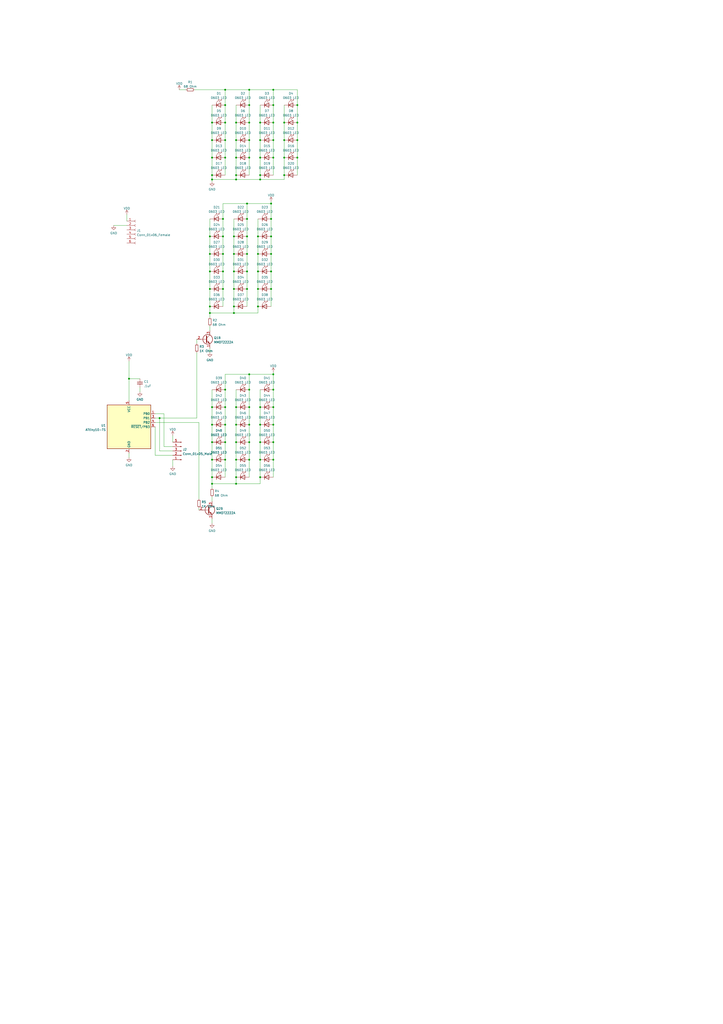
<source format=kicad_sch>
(kicad_sch (version 20211123) (generator eeschema)
  (paper "A2" portrait)
  (lib_symbols
    (symbol "Connector:Conn_01x05_Male" (pin_names (offset 1.016) hide)
      (property "Reference" "J" (at 0 7.62 0))
      (property "Value" "Conn_01x05_Male" (at 0 -7.62 0))
      (symbol "Conn_01x05_Male_1_1"
        (polyline (pts (xy 1.27 -5.08) (xy 0.8636 -5.08)) (stroke (width 0.1524)))
        (polyline (pts (xy 1.27 -2.54) (xy 0.8636 -2.54)) (stroke (width 0.1524)))
        (polyline (pts (xy 1.27 0) (xy 0.8636 0)) (stroke (width 0.1524)))
        (polyline (pts (xy 1.27 2.54) (xy 0.8636 2.54)) (stroke (width 0.1524)))
        (polyline (pts (xy 1.27 5.08) (xy 0.8636 5.08)) (stroke (width 0.1524)))
        (rectangle (start 0.8636 -4.953) (end 0 -5.207) (stroke (width 0.1524)) (fill (type outline)))
        (rectangle (start 0.8636 -2.413) (end 0 -2.667) (stroke (width 0.1524)) (fill (type outline)))
        (rectangle (start 0.8636 0.127) (end 0 -0.127) (stroke (width 0.1524)) (fill (type outline)))
        (rectangle (start 0.8636 2.667) (end 0 2.413) (stroke (width 0.1524)) (fill (type outline)))
        (rectangle (start 0.8636 5.207) (end 0 4.953) (stroke (width 0.1524)) (fill (type outline)))
        (pin passive line (at 5.08 5.08 180) (length 3.81) (name "Pin_1") (number "1"))
        (pin passive line (at 5.08 2.54 180) (length 3.81) (name "Pin_2") (number "2"))
        (pin passive line (at 5.08 0 180) (length 3.81) (name "Pin_3") (number "3"))
        (pin passive line (at 5.08 -2.54 180) (length 3.81) (name "Pin_4") (number "4"))
        (pin passive line (at 5.08 -5.08 180) (length 3.81) (name "Pin_5") (number "5"))
      )
    )
    (symbol "Connector:Conn_01x06_Female" (pin_names (offset 1.016) hide)
      (property "Reference" "J" (at 0 7.62 0))
      (property "Value" "Conn_01x06_Female" (at 0 -10.16 0))
      (symbol "Conn_01x06_Female_1_1"
        (arc (start 0 -7.112) (mid -0.508 -7.62) (end 0 -8.128) (stroke (width 0.1524)))
        (arc (start 0 -4.572) (mid -0.508 -5.08) (end 0 -5.588) (stroke (width 0.1524)))
        (arc (start 0 -2.032) (mid -0.508 -2.54) (end 0 -3.048) (stroke (width 0.1524)))
        (polyline (pts (xy -1.27 -7.62) (xy -0.508 -7.62)) (stroke (width 0.1524)))
        (polyline (pts (xy -1.27 -5.08) (xy -0.508 -5.08)) (stroke (width 0.1524)))
        (polyline (pts (xy -1.27 -2.54) (xy -0.508 -2.54)) (stroke (width 0.1524)))
        (polyline (pts (xy -1.27 0) (xy -0.508 0)) (stroke (width 0.1524)))
        (polyline (pts (xy -1.27 2.54) (xy -0.508 2.54)) (stroke (width 0.1524)))
        (polyline (pts (xy -1.27 5.08) (xy -0.508 5.08)) (stroke (width 0.1524)))
        (arc (start 0 0.508) (mid -0.508 0) (end 0 -0.508) (stroke (width 0.1524)))
        (arc (start 0 3.048) (mid -0.508 2.54) (end 0 2.032) (stroke (width 0.1524)))
        (arc (start 0 5.588) (mid -0.508 5.08) (end 0 4.572) (stroke (width 0.1524)))
        (pin passive line (at -5.08 5.08 0) (length 3.81) (name "Pin_1") (number "1"))
        (pin passive line (at -5.08 2.54 0) (length 3.81) (name "Pin_2") (number "2"))
        (pin passive line (at -5.08 0 0) (length 3.81) (name "Pin_3") (number "3"))
        (pin passive line (at -5.08 -2.54 0) (length 3.81) (name "Pin_4") (number "4"))
        (pin passive line (at -5.08 -5.08 0) (length 3.81) (name "Pin_5") (number "5"))
        (pin passive line (at -5.08 -7.62 0) (length 3.81) (name "Pin_6") (number "6"))
      )
    )
    (symbol "Device:C_Small" (pin_numbers hide) (pin_names (offset 0.254) hide)
      (property "Reference" "C" (at 0.254 1.778 0))
      (property "Value" "C_Small" (at 0.254 -2.032 0))
      (symbol "C_Small_0_1"
        (polyline (pts (xy -1.524 -0.508) (xy 1.524 -0.508)) (stroke (width 0.3302)))
        (polyline (pts (xy -1.524 0.508) (xy 1.524 0.508)) (stroke (width 0.3048)))
      )
      (symbol "C_Small_1_1"
        (pin passive line (at 0 2.54 270) (length 2.032) (name "~") (number "1"))
        (pin passive line (at 0 -2.54 90) (length 2.032) (name "~") (number "2"))
      )
    )
    (symbol "Device:R_Small" (pin_numbers hide) (pin_names (offset 0.254) hide)
      (property "Reference" "R" (at 0.762 0.508 0))
      (property "Value" "R_Small" (at 0.762 -1.016 0))
      (symbol "R_Small_0_1"
        (rectangle (start -0.762 1.778) (end 0.762 -1.778) (stroke (width 0.2032)))
      )
      (symbol "R_Small_1_1"
        (pin passive line (at 0 2.54 270) (length 0.762) (name "~") (number "1"))
        (pin passive line (at 0 -2.54 90) (length 0.762) (name "~") (number "2"))
      )
    )
    (symbol "LED:IR204A" (pin_numbers hide) (pin_names (offset 1.016) hide)
      (property "Reference" "D" (at 0.508 1.778 0))
      (property "Value" "IR204A" (at -1.016 -2.794 0))
      (symbol "IR204A_0_1"
        (polyline (pts (xy -2.54 1.27) (xy -2.54 -1.27)) (stroke (width 0.254)))
        (polyline (pts (xy 0 0) (xy -2.54 0)))
        (polyline (pts (xy 0.381 3.175) (xy -0.127 3.175)))
        (polyline (pts (xy -1.143 1.651) (xy 0.381 3.175) (xy 0.381 2.667)))
        (polyline (pts (xy 0 1.27) (xy -2.54 0) (xy 0 -1.27) (xy 0 1.27)) (stroke (width 0.254)))
        (polyline (pts (xy -2.413 1.651) (xy -0.889 3.175) (xy -0.889 2.667) (xy -0.889 3.175) (xy -1.397 3.175)))
      )
      (symbol "IR204A_1_1"
        (pin passive line (at -5.08 0 0) (length 2.54) (name "K") (number "1"))
        (pin passive line (at 2.54 0 180) (length 2.54) (name "A") (number "2"))
      )
    )
    (symbol "MCU_Microchip_ATtiny:ATtiny10-TS"
      (property "Reference" "U" (at -12.7 13.97 0))
      (property "Value" "ATtiny10-TS" (at 2.54 -13.97 0))
      (symbol "ATtiny10-TS_0_1"
        (rectangle (start -12.7 -12.7) (end 12.7 12.7) (stroke (width 0.254)) (fill (type background)))
      )
      (symbol "ATtiny10-TS_1_1"
        (pin bidirectional line (at 15.24 7.62 180) (length 2.54) (name "PB0") (number "1"))
        (pin power_in line (at 0 -15.24 90) (length 2.54) (name "GND") (number "2"))
        (pin bidirectional line (at 15.24 5.08 180) (length 2.54) (name "PB1") (number "3"))
        (pin bidirectional line (at 15.24 2.54 180) (length 2.54) (name "PB2") (number "4"))
        (pin power_in line (at 0 15.24 270) (length 2.54) (name "VCC") (number "5"))
        (pin bidirectional line (at 15.24 0 180) (length 2.54) (name "~{RESET}/PB3") (number "6"))
      )
    )
    (symbol "MMDT2222A_1" (pin_names (offset 0) hide)
      (property "Reference" "Q?" (at 4.8514 0.8347 0))
      (property "Value" "MMDT2222A" (at 4.8514 -1.7022 0))
      (symbol "MMDT2222A_1_0_1"
        (polyline (pts (xy 0.635 0) (xy -2.54 0)))
        (polyline (pts (xy 0.635 0.635) (xy 2.54 2.54)))
        (polyline (pts (xy 0.635 -0.635) (xy 2.54 -2.54) (xy 2.54 -2.54)))
        (polyline (pts (xy 0.635 1.905) (xy 0.635 -1.905) (xy 0.635 -1.905)) (stroke (width 0.508)))
        (polyline (pts (xy 1.27 -1.778) (xy 1.778 -1.27) (xy 2.286 -2.286) (xy 1.27 -1.778) (xy 1.27 -1.778)) (fill (type outline)))
        (circle (center 1.27 0) (radius 2.8194) (stroke (width 0.254)))
      )
      (symbol "MMDT2222A_1_1_1"
        (pin passive line (at 2.54 -5.08 90) (length 2.54) (name "E1") (number "1"))
        (pin input line (at -5.08 0 0) (length 2.54) (name "B1") (number "2"))
        (pin passive line (at 2.54 5.08 270) (length 2.54) (name "C1") (number "6"))
      )
      (symbol "MMDT2222A_1_2_1"
        (pin passive line (at 2.54 -5.08 90) (length 2.54) (name "E2") (number "1"))
        (pin input line (at -5.08 0 0) (length 2.54) (name "B2") (number "2"))
        (pin passive line (at 2.54 5.08 270) (length 2.54) (name "C2") (number "3"))
      )
    )
    (symbol "power:GND" (power) (pin_names (offset 0))
      (property "Value" "GND" (at 0 -3.81 0))
      (symbol "GND_0_1"
        (polyline (pts (xy 0 0) (xy 0 -1.27) (xy 1.27 -1.27) (xy 0 -2.54) (xy -1.27 -1.27) (xy 0 -1.27)))
      )
      (symbol "GND_1_1"
        (pin power_in line (at 0 0 270) (length 0) hide (name "GND") (number "1"))
      )
    )
    (symbol "power:VDD" (power) (pin_names (offset 0))
      (property "Value" "VDD" (at 0 3.81 0))
      (symbol "VDD_0_1"
        (polyline (pts (xy -0.762 1.27) (xy 0 2.54)))
        (polyline (pts (xy 0 0) (xy 0 2.54)))
        (polyline (pts (xy 0 2.54) (xy 0.762 1.27)))
      )
      (symbol "VDD_1_1"
        (pin power_in line (at 0 0 90) (length 0) hide (name "VDD") (number "1"))
      )
    )
  )
  (junction (at 144.78 236.22))
  (junction (at 135.89 181.61))
  (junction (at 144.78 266.7))
  (junction (at 144.78 217.17))
  (junction (at 144.78 60.96))
  (junction (at 123.19 266.7))
  (junction (at 137.16 276.86))
  (junction (at 130.81 226.06))
  (junction (at 158.75 71.12))
  (junction (at 121.92 181.61))
  (junction (at 149.86 147.32))
  (junction (at 157.48 137.16))
  (junction (at 149.86 177.8))
  (junction (at 144.78 52.07))
  (junction (at 130.81 256.54))
  (junction (at 123.19 71.12))
  (junction (at 130.81 236.22))
  (junction (at 143.51 157.48))
  (junction (at 172.72 81.28))
  (junction (at 135.89 147.32))
  (junction (at 135.89 137.16))
  (junction (at 130.81 91.44))
  (junction (at 130.81 246.38))
  (junction (at 144.78 246.38))
  (junction (at 123.19 101.6))
  (junction (at 144.78 81.28))
  (junction (at 137.16 280.67))
  (junction (at 158.75 256.54))
  (junction (at 151.13 246.38))
  (junction (at 137.16 91.44))
  (junction (at 143.51 147.32))
  (junction (at 129.54 137.16))
  (junction (at 165.1 101.6))
  (junction (at 158.75 226.06))
  (junction (at 130.81 60.96))
  (junction (at 130.81 52.07))
  (junction (at 123.19 256.54))
  (junction (at 137.16 246.38))
  (junction (at 158.75 217.17))
  (junction (at 135.89 167.64))
  (junction (at 158.75 81.28))
  (junction (at 123.19 236.22))
  (junction (at 123.19 246.38))
  (junction (at 172.72 71.12))
  (junction (at 130.81 71.12))
  (junction (at 172.72 60.96))
  (junction (at 158.75 91.44))
  (junction (at 137.16 71.12))
  (junction (at 165.1 91.44))
  (junction (at 157.48 127))
  (junction (at 157.48 157.48))
  (junction (at 151.13 236.22))
  (junction (at 121.92 147.32))
  (junction (at 135.89 177.8))
  (junction (at 157.48 167.64))
  (junction (at 137.16 101.6))
  (junction (at 157.48 118.11))
  (junction (at 172.72 91.44))
  (junction (at 121.92 157.48))
  (junction (at 151.13 71.12))
  (junction (at 151.13 101.6))
  (junction (at 158.75 236.22))
  (junction (at 121.92 167.64))
  (junction (at 137.16 81.28))
  (junction (at 137.16 266.7))
  (junction (at 151.13 256.54))
  (junction (at 144.78 91.44))
  (junction (at 151.13 91.44))
  (junction (at 158.75 246.38))
  (junction (at 149.86 167.64))
  (junction (at 129.54 147.32))
  (junction (at 92.71 242.57))
  (junction (at 144.78 71.12))
  (junction (at 129.54 157.48))
  (junction (at 121.92 137.16))
  (junction (at 144.78 226.06))
  (junction (at 151.13 81.28))
  (junction (at 137.16 256.54))
  (junction (at 157.48 147.32))
  (junction (at 135.89 157.48))
  (junction (at 123.19 104.14))
  (junction (at 123.19 280.67))
  (junction (at 151.13 266.7))
  (junction (at 137.16 236.22))
  (junction (at 151.13 276.86))
  (junction (at 143.51 167.64))
  (junction (at 123.19 91.44))
  (junction (at 143.51 137.16))
  (junction (at 143.51 127))
  (junction (at 130.81 81.28))
  (junction (at 144.78 256.54))
  (junction (at 149.86 157.48))
  (junction (at 165.1 81.28))
  (junction (at 149.86 137.16))
  (junction (at 123.19 276.86))
  (junction (at 137.16 104.14))
  (junction (at 158.75 266.7))
  (junction (at 143.51 118.11))
  (junction (at 121.92 177.8))
  (junction (at 129.54 167.64))
  (junction (at 151.13 104.14))
  (junction (at 129.54 127))
  (junction (at 74.93 219.71))
  (junction (at 158.75 52.07))
  (junction (at 123.19 81.28))
  (junction (at 130.81 266.7))
  (junction (at 158.75 60.96))
  (junction (at 165.1 71.12))
  (wire (pts (xy 135.89 157.48) (xy 135.89 167.64)))
  (wire (pts (xy 143.51 118.11) (xy 143.51 127)))
  (wire (pts (xy 121.92 189.23) (xy 121.92 191.77)))
  (wire (pts (xy 151.13 91.44) (xy 151.13 101.6)))
  (wire (pts (xy 123.19 226.06) (xy 123.19 236.22)))
  (wire (pts (xy 151.13 81.28) (xy 151.13 91.44)))
  (wire (pts (xy 151.13 280.67) (xy 137.16 280.67)))
  (wire (pts (xy 143.51 137.16) (xy 143.51 147.32)))
  (wire (pts (xy 104.14 52.07) (xy 107.95 52.07)))
  (wire (pts (xy 143.51 118.11) (xy 157.48 118.11)))
  (wire (pts (xy 165.1 60.96) (xy 165.1 71.12)))
  (wire (pts (xy 95.25 240.03) (xy 95.25 259.08)))
  (wire (pts (xy 143.51 147.32) (xy 143.51 157.48)))
  (wire (pts (xy 129.54 167.64) (xy 129.54 157.48)))
  (wire (pts (xy 137.16 236.22) (xy 137.16 246.38)))
  (wire (pts (xy 144.78 217.17) (xy 144.78 226.06)))
  (wire (pts (xy 172.72 60.96) (xy 172.72 52.07)))
  (wire (pts (xy 157.48 167.64) (xy 157.48 177.8)))
  (wire (pts (xy 123.19 60.96) (xy 123.19 71.12)))
  (wire (pts (xy 90.17 264.16) (xy 100.33 264.16)))
  (wire (pts (xy 130.81 276.86) (xy 130.81 266.7)))
  (wire (pts (xy 123.19 266.7) (xy 123.19 276.86)))
  (wire (pts (xy 149.86 147.32) (xy 149.86 157.48)))
  (wire (pts (xy 123.19 280.67) (xy 123.19 283.21)))
  (wire (pts (xy 157.48 137.16) (xy 157.48 147.32)))
  (wire (pts (xy 74.93 262.89) (xy 74.93 265.43)))
  (wire (pts (xy 90.17 245.11) (xy 115.57 245.11)))
  (wire (pts (xy 137.16 81.28) (xy 137.16 91.44)))
  (wire (pts (xy 144.78 256.54) (xy 144.78 266.7)))
  (wire (pts (xy 144.78 60.96) (xy 144.78 71.12)))
  (wire (pts (xy 137.16 226.06) (xy 137.16 236.22)))
  (wire (pts (xy 90.17 242.57) (xy 92.71 242.57)))
  (wire (pts (xy 123.19 288.29) (xy 123.19 290.83)))
  (wire (pts (xy 151.13 104.14) (xy 165.1 104.14)))
  (wire (pts (xy 130.81 101.6) (xy 130.81 91.44)))
  (wire (pts (xy 130.81 52.07) (xy 113.03 52.07)))
  (wire (pts (xy 151.13 71.12) (xy 151.13 81.28)))
  (wire (pts (xy 92.71 242.57) (xy 92.71 261.62)))
  (wire (pts (xy 123.19 276.86) (xy 123.19 280.67)))
  (wire (pts (xy 144.78 91.44) (xy 144.78 101.6)))
  (wire (pts (xy 129.54 157.48) (xy 129.54 147.32)))
  (wire (pts (xy 144.78 236.22) (xy 144.78 246.38)))
  (wire (pts (xy 149.86 157.48) (xy 149.86 167.64)))
  (wire (pts (xy 121.92 167.64) (xy 121.92 177.8)))
  (wire (pts (xy 135.89 167.64) (xy 135.89 177.8)))
  (wire (pts (xy 144.78 226.06) (xy 144.78 236.22)))
  (wire (pts (xy 130.81 266.7) (xy 130.81 256.54)))
  (wire (pts (xy 158.75 52.07) (xy 158.75 60.96)))
  (wire (pts (xy 130.81 91.44) (xy 130.81 81.28)))
  (wire (pts (xy 114.3 204.47) (xy 114.3 242.57)))
  (wire (pts (xy 130.81 256.54) (xy 130.81 246.38)))
  (wire (pts (xy 144.78 266.7) (xy 144.78 276.86)))
  (wire (pts (xy 123.19 246.38) (xy 123.19 256.54)))
  (wire (pts (xy 137.16 266.7) (xy 137.16 276.86)))
  (wire (pts (xy 123.19 236.22) (xy 123.19 246.38)))
  (wire (pts (xy 130.81 246.38) (xy 130.81 236.22)))
  (wire (pts (xy 137.16 256.54) (xy 137.16 266.7)))
  (wire (pts (xy 66.04 130.81) (xy 73.66 130.81)))
  (wire (pts (xy 129.54 177.8) (xy 129.54 167.64)))
  (wire (pts (xy 135.89 181.61) (xy 121.92 181.61)))
  (wire (pts (xy 144.78 52.07) (xy 144.78 60.96)))
  (wire (pts (xy 121.92 177.8) (xy 121.92 181.61)))
  (wire (pts (xy 151.13 246.38) (xy 151.13 256.54)))
  (wire (pts (xy 151.13 276.86) (xy 151.13 280.67)))
  (wire (pts (xy 123.19 91.44) (xy 123.19 101.6)))
  (wire (pts (xy 157.48 147.32) (xy 157.48 157.48)))
  (wire (pts (xy 135.89 127) (xy 135.89 137.16)))
  (wire (pts (xy 130.81 236.22) (xy 130.81 226.06)))
  (wire (pts (xy 157.48 116.84) (xy 157.48 118.11)))
  (wire (pts (xy 123.19 81.28) (xy 123.19 91.44)))
  (wire (pts (xy 165.1 71.12) (xy 165.1 81.28)))
  (wire (pts (xy 74.93 219.71) (xy 81.28 219.71)))
  (wire (pts (xy 73.66 124.46) (xy 73.66 128.27)))
  (wire (pts (xy 100.33 266.7) (xy 100.33 270.51)))
  (wire (pts (xy 123.19 104.14) (xy 137.16 104.14)))
  (wire (pts (xy 165.1 101.6) (xy 165.1 104.14)))
  (wire (pts (xy 137.16 101.6) (xy 137.16 104.14)))
  (wire (pts (xy 149.86 127) (xy 149.86 137.16)))
  (wire (pts (xy 172.72 52.07) (xy 158.75 52.07)))
  (wire (pts (xy 151.13 236.22) (xy 151.13 246.38)))
  (wire (pts (xy 81.28 224.79) (xy 81.28 227.33)))
  (wire (pts (xy 157.48 157.48) (xy 157.48 167.64)))
  (wire (pts (xy 149.86 181.61) (xy 135.89 181.61)))
  (wire (pts (xy 135.89 147.32) (xy 135.89 157.48)))
  (wire (pts (xy 130.81 60.96) (xy 130.81 52.07)))
  (wire (pts (xy 158.75 246.38) (xy 158.75 256.54)))
  (wire (pts (xy 157.48 127) (xy 157.48 137.16)))
  (wire (pts (xy 143.51 167.64) (xy 143.51 177.8)))
  (wire (pts (xy 137.16 104.14) (xy 151.13 104.14)))
  (wire (pts (xy 130.81 81.28) (xy 130.81 71.12)))
  (wire (pts (xy 130.81 226.06) (xy 130.81 217.17)))
  (wire (pts (xy 74.93 209.55) (xy 74.93 219.71)))
  (wire (pts (xy 121.92 201.93) (xy 121.92 204.47)))
  (wire (pts (xy 121.92 147.32) (xy 121.92 157.48)))
  (wire (pts (xy 158.75 236.22) (xy 158.75 246.38)))
  (wire (pts (xy 121.92 137.16) (xy 121.92 147.32)))
  (wire (pts (xy 144.78 71.12) (xy 144.78 81.28)))
  (wire (pts (xy 158.75 52.07) (xy 144.78 52.07)))
  (wire (pts (xy 172.72 81.28) (xy 172.72 71.12)))
  (wire (pts (xy 158.75 215.9) (xy 158.75 217.17)))
  (wire (pts (xy 158.75 60.96) (xy 158.75 71.12)))
  (wire (pts (xy 130.81 217.17) (xy 144.78 217.17)))
  (wire (pts (xy 123.19 71.12) (xy 123.19 81.28)))
  (wire (pts (xy 123.19 104.14) (xy 123.19 105.41)))
  (wire (pts (xy 151.13 101.6) (xy 151.13 104.14)))
  (wire (pts (xy 137.16 91.44) (xy 137.16 101.6)))
  (wire (pts (xy 165.1 81.28) (xy 165.1 91.44)))
  (wire (pts (xy 135.89 137.16) (xy 135.89 147.32)))
  (wire (pts (xy 129.54 118.11) (xy 143.51 118.11)))
  (wire (pts (xy 123.19 300.99) (xy 123.19 303.53)))
  (wire (pts (xy 149.86 137.16) (xy 149.86 147.32)))
  (wire (pts (xy 158.75 71.12) (xy 158.75 81.28)))
  (wire (pts (xy 115.57 294.64) (xy 115.57 295.91)))
  (wire (pts (xy 151.13 226.06) (xy 151.13 236.22)))
  (wire (pts (xy 144.78 217.17) (xy 158.75 217.17)))
  (wire (pts (xy 158.75 91.44) (xy 158.75 101.6)))
  (wire (pts (xy 158.75 226.06) (xy 158.75 236.22)))
  (wire (pts (xy 100.33 252.73) (xy 100.33 256.54)))
  (wire (pts (xy 95.25 259.08) (xy 100.33 259.08)))
  (wire (pts (xy 158.75 266.7) (xy 158.75 276.86)))
  (wire (pts (xy 130.81 71.12) (xy 130.81 60.96)))
  (wire (pts (xy 165.1 91.44) (xy 165.1 101.6)))
  (wire (pts (xy 92.71 261.62) (xy 100.33 261.62)))
  (wire (pts (xy 121.92 181.61) (xy 121.92 184.15)))
  (wire (pts (xy 129.54 127) (xy 129.54 118.11)))
  (wire (pts (xy 149.86 167.64) (xy 149.86 177.8)))
  (wire (pts (xy 137.16 60.96) (xy 137.16 71.12)))
  (wire (pts (xy 172.72 91.44) (xy 172.72 81.28)))
  (wire (pts (xy 144.78 52.07) (xy 130.81 52.07)))
  (wire (pts (xy 90.17 240.03) (xy 95.25 240.03)))
  (wire (pts (xy 92.71 242.57) (xy 114.3 242.57)))
  (wire (pts (xy 137.16 280.67) (xy 123.19 280.67)))
  (wire (pts (xy 129.54 137.16) (xy 129.54 127)))
  (wire (pts (xy 172.72 101.6) (xy 172.72 91.44)))
  (wire (pts (xy 121.92 127) (xy 121.92 137.16)))
  (wire (pts (xy 137.16 276.86) (xy 137.16 280.67)))
  (wire (pts (xy 115.57 245.11) (xy 115.57 289.56)))
  (wire (pts (xy 158.75 81.28) (xy 158.75 91.44)))
  (wire (pts (xy 123.19 101.6) (xy 123.19 104.14)))
  (wire (pts (xy 135.89 177.8) (xy 135.89 181.61)))
  (wire (pts (xy 172.72 71.12) (xy 172.72 60.96)))
  (wire (pts (xy 90.17 247.65) (xy 90.17 264.16)))
  (wire (pts (xy 121.92 157.48) (xy 121.92 167.64)))
  (wire (pts (xy 151.13 60.96) (xy 151.13 71.12)))
  (wire (pts (xy 151.13 256.54) (xy 151.13 266.7)))
  (wire (pts (xy 157.48 118.11) (xy 157.48 127)))
  (wire (pts (xy 137.16 71.12) (xy 137.16 81.28)))
  (wire (pts (xy 137.16 246.38) (xy 137.16 256.54)))
  (wire (pts (xy 158.75 256.54) (xy 158.75 266.7)))
  (wire (pts (xy 158.75 217.17) (xy 158.75 226.06)))
  (wire (pts (xy 123.19 256.54) (xy 123.19 266.7)))
  (wire (pts (xy 143.51 157.48) (xy 143.51 167.64)))
  (wire (pts (xy 129.54 147.32) (xy 129.54 137.16)))
  (wire (pts (xy 143.51 127) (xy 143.51 137.16)))
  (wire (pts (xy 74.93 219.71) (xy 74.93 232.41)))
  (wire (pts (xy 144.78 81.28) (xy 144.78 91.44)))
  (wire (pts (xy 151.13 266.7) (xy 151.13 276.86)))
  (wire (pts (xy 149.86 177.8) (xy 149.86 181.61)))
  (wire (pts (xy 114.3 196.85) (xy 114.3 199.39)))
  (wire (pts (xy 144.78 246.38) (xy 144.78 256.54)))
  (symbol (lib_id "power:GND") (at 81.28 227.33 0) (unit 1)
    (property "Reference" "#PWR09" (effects hide))
    (property "Value" "GND" (at 81.28 231.7734 0))
  )
  (symbol (lib_id "Connector:Conn_01x06_Female") (at 78.74 133.35 0) (unit 1)
    (property "Reference" "J1" (at 79.4512 133.7853 0) (effects (justify left)))
    (property "Value" "Conn_01x06_Female" (at 79.4512 136.3222 0) (effects (justify left)))
    (property "Footprint" "Connector_PinHeader_2.54mm:PinHeader_2x03_P2.54mm_Vertical" (effects hide))
  )
  (symbol (lib_id "power:GND") (at 100.33 270.51 0) (unit 1)
    (property "Reference" "#PWR012" (effects hide))
    (property "Value" "GND" (at 100.33 274.9534 0))
  )
  (symbol (lib_id "Device:R_Small") (at 123.19 285.75 180) (unit 1)
    (property "Reference" "R4" (at 124.6886 284.9153 0) (effects (justify right)))
    (property "Value" "68 Ohm" (at 124.6886 287.4522 0) (effects (justify right)))
    (property "Footprint" "Resistor_SMD:R_0603_1608Metric_Pad0.98x0.95mm_HandSolder" (effects hide))
  )
  (symbol (lib_id "LED:IR204A") (at 140.97 147.32 0) (unit 1)
    (property "Reference" "D28" (at 139.827 140.5722 0))
    (property "Value" "0603 LED" (at 139.827 143.1091 0))
    (property "Footprint" "LED_SMD:LED_0603_1608Metric_Pad1.05x0.95mm_HandSolder" (effects hide))
  )
  (symbol (lib_id "LED:IR204A") (at 128.27 276.86 0) (unit 1)
    (property "Reference" "D54" (at 127.127 270.1122 0))
    (property "Value" "0603 LED" (at 127.127 272.6491 0))
    (property "Footprint" "LED_SMD:LED_0603_1608Metric_Pad1.05x0.95mm_HandSolder" (effects hide))
  )
  (symbol (lib_id "LED:IR204A") (at 156.21 256.54 0) (unit 1)
    (property "Reference" "D50" (at 155.067 249.7922 0))
    (property "Value" "0603 LED" (at 155.067 252.3291 0))
    (property "Footprint" "LED_SMD:LED_0603_1608Metric_Pad1.05x0.95mm_HandSolder" (effects hide))
  )
  (symbol (lib_name "MMDT2222A_1") (lib_id "Transistor_BJT:MMDT2222A") (at 120.65 295.91 0) (unit 2)
    (property "Reference" "Q2" (at 125.5014 295.0753 0) (effects (justify left)))
    (property "Value" "MMDT2222A" (at 125.5014 297.6122 0) (effects (justify left)))
    (property "Footprint" "Package_TO_SOT_SMD:SOT-23" (effects hide))
    (property "Datasheet" "http://www.diodes.com/_files/datasheets/ds30125.pdf" (effects hide))
  )
  (symbol (lib_id "LED:IR204A") (at 128.27 256.54 0) (unit 1)
    (property "Reference" "D48" (at 127.127 249.7922 0))
    (property "Value" "0603 LED" (at 127.127 252.3291 0))
    (property "Footprint" "LED_SMD:LED_0603_1608Metric_Pad1.05x0.95mm_HandSolder" (effects hide))
  )
  (symbol (lib_id "LED:IR204A") (at 128.27 71.12 0) (unit 1)
    (property "Reference" "D5" (at 127.127 64.3722 0))
    (property "Value" "0603 LED" (at 127.127 66.9091 0))
    (property "Footprint" "LED_SMD:LED_0603_1608Metric_Pad1.05x0.95mm_HandSolder" (effects hide))
  )
  (symbol (lib_id "LED:IR204A") (at 156.21 60.96 0) (unit 1)
    (property "Reference" "D3" (at 155.067 54.2122 0))
    (property "Value" "0603 LED" (at 155.067 56.7491 0))
    (property "Footprint" "LED_SMD:LED_0603_1608Metric_Pad1.05x0.95mm_HandSolder" (effects hide))
  )
  (symbol (lib_id "LED:IR204A") (at 140.97 167.64 0) (unit 1)
    (property "Reference" "D34" (at 139.827 160.8922 0))
    (property "Value" "0603 LED" (at 139.827 163.4291 0))
    (property "Footprint" "LED_SMD:LED_0603_1608Metric_Pad1.05x0.95mm_HandSolder" (effects hide))
  )
  (symbol (lib_id "LED:IR204A") (at 142.24 91.44 0) (unit 1)
    (property "Reference" "D14" (at 141.097 84.6922 0))
    (property "Value" "0603 LED" (at 141.097 87.2291 0))
    (property "Footprint" "LED_SMD:LED_0603_1608Metric_Pad1.05x0.95mm_HandSolder" (effects hide))
  )
  (symbol (lib_id "Device:R_Small") (at 121.92 186.69 180) (unit 1)
    (property "Reference" "R2" (at 123.4186 185.8553 0) (effects (justify right)))
    (property "Value" "68 Ohm" (at 123.4186 188.3922 0) (effects (justify right)))
    (property "Footprint" "Resistor_SMD:R_0603_1608Metric_Pad0.98x0.95mm_HandSolder" (effects hide))
  )
  (symbol (lib_id "power:VDD") (at 73.66 124.46 0) (unit 1)
    (property "Reference" "#PWR04" (effects hide))
    (property "Value" "VDD" (at 73.66 120.8842 0))
  )
  (symbol (lib_id "Device:R_Small") (at 114.3 201.93 180) (unit 1)
    (property "Reference" "R3" (at 115.7986 201.0953 0) (effects (justify right)))
    (property "Value" "1K Ohm" (at 115.7986 203.6322 0) (effects (justify right)))
    (property "Footprint" "Resistor_SMD:R_0603_1608Metric_Pad0.98x0.95mm_HandSolder" (effects hide))
  )
  (symbol (lib_id "LED:IR204A") (at 128.27 91.44 0) (unit 1)
    (property "Reference" "D13" (at 127.127 84.6922 0))
    (property "Value" "0603 LED" (at 127.127 87.2291 0))
    (property "Footprint" "LED_SMD:LED_0603_1608Metric_Pad1.05x0.95mm_HandSolder" (effects hide))
  )
  (symbol (lib_id "LED:IR204A") (at 127 167.64 0) (unit 1)
    (property "Reference" "D33" (at 125.857 160.8922 0))
    (property "Value" "0603 LED" (at 125.857 163.4291 0))
    (property "Footprint" "LED_SMD:LED_0603_1608Metric_Pad1.05x0.95mm_HandSolder" (effects hide))
  )
  (symbol (lib_id "LED:IR204A") (at 142.24 101.6 0) (unit 1)
    (property "Reference" "D18" (at 141.097 94.8522 0))
    (property "Value" "0603 LED" (at 141.097 97.3891 0))
    (property "Footprint" "LED_SMD:LED_0603_1608Metric_Pad1.05x0.95mm_HandSolder" (effects hide))
  )
  (symbol (lib_id "Device:R_Small") (at 110.49 52.07 90) (unit 1)
    (property "Reference" "R1" (at 110.49 47.6336 90))
    (property "Value" "68 Ohm" (at 110.49 50.1705 90))
    (property "Footprint" "Resistor_SMD:R_0603_1608Metric_Pad0.98x0.95mm_HandSolder" (effects hide))
  )
  (symbol (lib_id "power:GND") (at 123.19 303.53 0) (unit 1)
    (property "Reference" "#PWR013" (effects hide))
    (property "Value" "GND" (at 123.19 307.9734 0))
  )
  (symbol (lib_id "LED:IR204A") (at 142.24 236.22 0) (unit 1)
    (property "Reference" "D43" (at 141.097 229.4722 0))
    (property "Value" "0603 LED" (at 141.097 232.0091 0))
    (property "Footprint" "LED_SMD:LED_0603_1608Metric_Pad1.05x0.95mm_HandSolder" (effects hide))
  )
  (symbol (lib_id "LED:IR204A") (at 156.21 226.06 0) (unit 1)
    (property "Reference" "D41" (at 155.067 219.3122 0))
    (property "Value" "0603 LED" (at 155.067 221.8491 0))
    (property "Footprint" "LED_SMD:LED_0603_1608Metric_Pad1.05x0.95mm_HandSolder" (effects hide))
  )
  (symbol (lib_id "LED:IR204A") (at 140.97 127 0) (unit 1)
    (property "Reference" "D22" (at 139.827 120.2522 0))
    (property "Value" "0603 LED" (at 139.827 122.7891 0))
    (property "Footprint" "LED_SMD:LED_0603_1608Metric_Pad1.05x0.95mm_HandSolder" (effects hide))
  )
  (symbol (lib_id "LED:IR204A") (at 128.27 81.28 0) (unit 1)
    (property "Reference" "D9" (at 127.127 74.5322 0))
    (property "Value" "0603 LED" (at 127.127 77.0691 0))
    (property "Footprint" "LED_SMD:LED_0603_1608Metric_Pad1.05x0.95mm_HandSolder" (effects hide))
  )
  (symbol (lib_id "LED:IR204A") (at 127 177.8 0) (unit 1)
    (property "Reference" "D36" (at 125.857 171.0522 0))
    (property "Value" "0603 LED" (at 125.857 173.5891 0))
    (property "Footprint" "LED_SMD:LED_0603_1608Metric_Pad1.05x0.95mm_HandSolder" (effects hide))
  )
  (symbol (lib_id "power:VDD") (at 157.48 116.84 0) (unit 1)
    (property "Reference" "#PWR03" (effects hide))
    (property "Value" "VDD" (at 157.48 113.2642 0))
  )
  (symbol (lib_id "Device:R_Small") (at 115.57 292.1 180) (unit 1)
    (property "Reference" "R5" (at 117.0686 291.2653 0) (effects (justify right)))
    (property "Value" "1K Ohm" (at 117.0686 293.8022 0) (effects (justify right)))
    (property "Footprint" "Resistor_SMD:R_0603_1608Metric_Pad0.98x0.95mm_HandSolder" (effects hide))
  )
  (symbol (lib_id "LED:IR204A") (at 154.94 147.32 0) (unit 1)
    (property "Reference" "D29" (at 153.797 140.5722 0))
    (property "Value" "0603 LED" (at 153.797 143.1091 0))
    (property "Footprint" "LED_SMD:LED_0603_1608Metric_Pad1.05x0.95mm_HandSolder" (effects hide))
  )
  (symbol (lib_id "power:VDD") (at 158.75 215.9 0) (unit 1)
    (property "Reference" "#PWR08" (effects hide))
    (property "Value" "VDD" (at 158.75 212.3242 0))
  )
  (symbol (lib_id "LED:IR204A") (at 170.18 101.6 0) (unit 1)
    (property "Reference" "D20" (at 169.037 94.8522 0))
    (property "Value" "0603 LED" (at 169.037 97.3891 0))
    (property "Footprint" "LED_SMD:LED_0603_1608Metric_Pad1.05x0.95mm_HandSolder" (effects hide))
  )
  (symbol (lib_id "LED:IR204A") (at 154.94 177.8 0) (unit 1)
    (property "Reference" "D38" (at 153.797 171.0522 0))
    (property "Value" "0603 LED" (at 153.797 173.5891 0))
    (property "Footprint" "LED_SMD:LED_0603_1608Metric_Pad1.05x0.95mm_HandSolder" (effects hide))
  )
  (symbol (lib_id "LED:IR204A") (at 128.27 101.6 0) (unit 1)
    (property "Reference" "D17" (at 127.127 94.8522 0))
    (property "Value" "0603 LED" (at 127.127 97.3891 0))
    (property "Footprint" "LED_SMD:LED_0603_1608Metric_Pad1.05x0.95mm_HandSolder" (effects hide))
  )
  (symbol (lib_id "LED:IR204A") (at 142.24 226.06 0) (unit 1)
    (property "Reference" "D40" (at 141.097 219.3122 0))
    (property "Value" "0603 LED" (at 141.097 221.8491 0))
    (property "Footprint" "LED_SMD:LED_0603_1608Metric_Pad1.05x0.95mm_HandSolder" (effects hide))
  )
  (symbol (lib_id "LED:IR204A") (at 140.97 137.16 0) (unit 1)
    (property "Reference" "D25" (at 139.827 130.4122 0))
    (property "Value" "0603 LED" (at 139.827 132.9491 0))
    (property "Footprint" "LED_SMD:LED_0603_1608Metric_Pad1.05x0.95mm_HandSolder" (effects hide))
  )
  (symbol (lib_id "power:VDD") (at 100.33 252.73 0) (unit 1)
    (property "Reference" "#PWR010" (effects hide))
    (property "Value" "VDD" (at 100.33 249.1542 0))
  )
  (symbol (lib_id "LED:IR204A") (at 154.94 157.48 0) (unit 1)
    (property "Reference" "D32" (at 153.797 150.7322 0))
    (property "Value" "0603 LED" (at 153.797 153.2691 0))
    (property "Footprint" "LED_SMD:LED_0603_1608Metric_Pad1.05x0.95mm_HandSolder" (effects hide))
  )
  (symbol (lib_id "LED:IR204A") (at 154.94 167.64 0) (unit 1)
    (property "Reference" "D35" (at 153.797 160.8922 0))
    (property "Value" "0603 LED" (at 153.797 163.4291 0))
    (property "Footprint" "LED_SMD:LED_0603_1608Metric_Pad1.05x0.95mm_HandSolder" (effects hide))
  )
  (symbol (lib_id "LED:IR204A") (at 128.27 246.38 0) (unit 1)
    (property "Reference" "D45" (at 127.127 239.6322 0))
    (property "Value" "0603 LED" (at 127.127 242.1691 0))
    (property "Footprint" "LED_SMD:LED_0603_1608Metric_Pad1.05x0.95mm_HandSolder" (effects hide))
  )
  (symbol (lib_id "power:GND") (at 123.19 105.41 0) (unit 1)
    (property "Reference" "#PWR02" (effects hide))
    (property "Value" "GND" (at 123.19 109.8534 0))
  )
  (symbol (lib_id "MCU_Microchip_ATtiny:ATtiny10-TS") (at 74.93 247.65 0) (unit 1)
    (property "Reference" "U1" (at 61.4681 246.8153 0) (effects (justify right)))
    (property "Value" "ATtiny10-TS" (at 61.4681 249.3522 0) (effects (justify right)))
    (property "Footprint" "Package_TO_SOT_SMD:SOT-23-6" (effects hide))
    (property "Datasheet" "http://ww1.microchip.com/downloads/en/DeviceDoc/Atmel-8127-AVR-8-bit-Microcontroller-ATtiny4-ATtiny5-ATtiny9-ATtiny10_Datasheet.pdf" (effects hide))
  )
  (symbol (lib_id "Connector:Conn_01x05_Male") (at 105.41 261.62 180) (unit 1)
    (property "Reference" "J2" (at 106.1212 260.7853 0) (effects (justify right)))
    (property "Value" "Conn_01x05_Male" (at 106.1212 263.3222 0) (effects (justify right)))
    (property "Footprint" "Connector_PinHeader_2.54mm:PinHeader_1x05_P2.54mm_Vertical" (effects hide))
  )
  (symbol (lib_id "LED:IR204A") (at 156.21 91.44 0) (unit 1)
    (property "Reference" "D15" (at 155.067 84.6922 0))
    (property "Value" "0603 LED" (at 155.067 87.2291 0))
    (property "Footprint" "LED_SMD:LED_0603_1608Metric_Pad1.05x0.95mm_HandSolder" (effects hide))
  )
  (symbol (lib_id "LED:IR204A") (at 170.18 91.44 0) (unit 1)
    (property "Reference" "D16" (at 169.037 84.6922 0))
    (property "Value" "0603 LED" (at 169.037 87.2291 0))
    (property "Footprint" "LED_SMD:LED_0603_1608Metric_Pad1.05x0.95mm_HandSolder" (effects hide))
  )
  (symbol (lib_id "power:VDD") (at 104.14 52.07 0) (unit 1)
    (property "Reference" "#PWR01" (effects hide))
    (property "Value" "VDD" (at 104.14 48.4942 0))
  )
  (symbol (lib_id "LED:IR204A") (at 127 137.16 0) (unit 1)
    (property "Reference" "D24" (at 125.857 130.4122 0))
    (property "Value" "0603 LED" (at 125.857 132.9491 0))
    (property "Footprint" "LED_SMD:LED_0603_1608Metric_Pad1.05x0.95mm_HandSolder" (effects hide))
  )
  (symbol (lib_id "LED:IR204A") (at 142.24 256.54 0) (unit 1)
    (property "Reference" "D49" (at 141.097 249.7922 0))
    (property "Value" "0603 LED" (at 141.097 252.3291 0))
    (property "Footprint" "LED_SMD:LED_0603_1608Metric_Pad1.05x0.95mm_HandSolder" (effects hide))
  )
  (symbol (lib_id "LED:IR204A") (at 142.24 81.28 0) (unit 1)
    (property "Reference" "D10" (at 141.097 74.5322 0))
    (property "Value" "0603 LED" (at 141.097 77.0691 0))
    (property "Footprint" "LED_SMD:LED_0603_1608Metric_Pad1.05x0.95mm_HandSolder" (effects hide))
  )
  (symbol (lib_id "LED:IR204A") (at 170.18 81.28 0) (unit 1)
    (property "Reference" "D12" (at 169.037 74.5322 0))
    (property "Value" "0603 LED" (at 169.037 77.0691 0))
    (property "Footprint" "LED_SMD:LED_0603_1608Metric_Pad1.05x0.95mm_HandSolder" (effects hide))
  )
  (symbol (lib_id "LED:IR204A") (at 127 127 0) (unit 1)
    (property "Reference" "D21" (at 125.857 120.2522 0))
    (property "Value" "0603 LED" (at 125.857 122.7891 0))
    (property "Footprint" "LED_SMD:LED_0603_1608Metric_Pad1.05x0.95mm_HandSolder" (effects hide))
  )
  (symbol (lib_id "LED:IR204A") (at 128.27 226.06 0) (unit 1)
    (property "Reference" "D39" (at 127.127 219.3122 0))
    (property "Value" "0603 LED" (at 127.127 221.8491 0))
    (property "Footprint" "LED_SMD:LED_0603_1608Metric_Pad1.05x0.95mm_HandSolder" (effects hide))
  )
  (symbol (lib_id "power:GND") (at 66.04 130.81 0) (unit 1)
    (property "Reference" "#PWR05" (effects hide))
    (property "Value" "GND" (at 66.04 135.2534 0))
  )
  (symbol (lib_id "LED:IR204A") (at 140.97 177.8 0) (unit 1)
    (property "Reference" "D37" (at 139.827 171.0522 0))
    (property "Value" "0603 LED" (at 139.827 173.5891 0))
    (property "Footprint" "LED_SMD:LED_0603_1608Metric_Pad1.05x0.95mm_HandSolder" (effects hide))
  )
  (symbol (lib_name "MMDT2222A_1") (lib_id "Transistor_BJT:MMDT2222A") (at 119.38 196.85 0) (unit 2)
    (property "Reference" "Q1" (at 124.2314 196.0153 0) (effects (justify left)))
    (property "Value" "MMDT2222A" (at 124.2314 198.5522 0) (effects (justify left)))
    (property "Footprint" "Package_TO_SOT_SMD:SOT-23" (effects hide))
    (property "Datasheet" "http://www.diodes.com/_files/datasheets/ds30125.pdf" (effects hide))
  )
  (symbol (lib_id "power:GND") (at 74.93 265.43 0) (unit 1)
    (property "Reference" "#PWR011" (effects hide))
    (property "Value" "GND" (at 74.93 269.8734 0))
  )
  (symbol (lib_id "LED:IR204A") (at 142.24 60.96 0) (unit 1)
    (property "Reference" "D2" (at 141.097 54.2122 0))
    (property "Value" "0603 LED" (at 141.097 56.7491 0))
    (property "Footprint" "LED_SMD:LED_0603_1608Metric_Pad1.05x0.95mm_HandSolder" (effects hide))
  )
  (symbol (lib_id "LED:IR204A") (at 156.21 246.38 0) (unit 1)
    (property "Reference" "D47" (at 155.067 239.6322 0))
    (property "Value" "0603 LED" (at 155.067 242.1691 0))
    (property "Footprint" "LED_SMD:LED_0603_1608Metric_Pad1.05x0.95mm_HandSolder" (effects hide))
  )
  (symbol (lib_id "LED:IR204A") (at 142.24 266.7 0) (unit 1)
    (property "Reference" "D52" (at 141.097 259.9522 0))
    (property "Value" "0603 LED" (at 141.097 262.4891 0))
    (property "Footprint" "LED_SMD:LED_0603_1608Metric_Pad1.05x0.95mm_HandSolder" (effects hide))
  )
  (symbol (lib_id "power:VDD") (at 74.93 209.55 0) (unit 1)
    (property "Reference" "#PWR07" (effects hide))
    (property "Value" "VDD" (at 74.93 205.9742 0))
  )
  (symbol (lib_id "LED:IR204A") (at 156.21 71.12 0) (unit 1)
    (property "Reference" "D7" (at 155.067 64.3722 0))
    (property "Value" "0603 LED" (at 155.067 66.9091 0))
    (property "Footprint" "LED_SMD:LED_0603_1608Metric_Pad1.05x0.95mm_HandSolder" (effects hide))
  )
  (symbol (lib_id "LED:IR204A") (at 128.27 266.7 0) (unit 1)
    (property "Reference" "D51" (at 127.127 259.9522 0))
    (property "Value" "0603 LED" (at 127.127 262.4891 0))
    (property "Footprint" "LED_SMD:LED_0603_1608Metric_Pad1.05x0.95mm_HandSolder" (effects hide))
  )
  (symbol (lib_id "LED:IR204A") (at 140.97 157.48 0) (unit 1)
    (property "Reference" "D31" (at 139.827 150.7322 0))
    (property "Value" "0603 LED" (at 139.827 153.2691 0))
    (property "Footprint" "LED_SMD:LED_0603_1608Metric_Pad1.05x0.95mm_HandSolder" (effects hide))
  )
  (symbol (lib_id "LED:IR204A") (at 142.24 246.38 0) (unit 1)
    (property "Reference" "D46" (at 141.097 239.6322 0))
    (property "Value" "0603 LED" (at 141.097 242.1691 0))
    (property "Footprint" "LED_SMD:LED_0603_1608Metric_Pad1.05x0.95mm_HandSolder" (effects hide))
  )
  (symbol (lib_id "power:GND") (at 121.92 204.47 0) (unit 1)
    (property "Reference" "#PWR06" (effects hide))
    (property "Value" "GND" (at 121.92 208.9134 0))
  )
  (symbol (lib_id "LED:IR204A") (at 128.27 60.96 0) (unit 1)
    (property "Reference" "D1" (at 127.127 54.2122 0))
    (property "Value" "0603 LED" (at 127.127 56.7491 0))
    (property "Footprint" "LED_SMD:LED_0603_1608Metric_Pad1.05x0.95mm_HandSolder" (effects hide))
  )
  (symbol (lib_id "LED:IR204A") (at 154.94 137.16 0) (unit 1)
    (property "Reference" "D26" (at 153.797 130.4122 0))
    (property "Value" "0603 LED" (at 153.797 132.9491 0))
    (property "Footprint" "LED_SMD:LED_0603_1608Metric_Pad1.05x0.95mm_HandSolder" (effects hide))
  )
  (symbol (lib_id "LED:IR204A") (at 127 157.48 0) (unit 1)
    (property "Reference" "D30" (at 125.857 150.7322 0))
    (property "Value" "0603 LED" (at 125.857 153.2691 0))
    (property "Footprint" "LED_SMD:LED_0603_1608Metric_Pad1.05x0.95mm_HandSolder" (effects hide))
  )
  (symbol (lib_id "LED:IR204A") (at 156.21 276.86 0) (unit 1)
    (property "Reference" "D56" (at 155.067 270.1122 0))
    (property "Value" "0603 LED" (at 155.067 272.6491 0))
    (property "Footprint" "LED_SMD:LED_0603_1608Metric_Pad1.05x0.95mm_HandSolder" (effects hide))
  )
  (symbol (lib_id "LED:IR204A") (at 170.18 60.96 0) (unit 1)
    (property "Reference" "D4" (at 169.037 54.2122 0))
    (property "Value" "0603 LED" (at 169.037 56.7491 0))
    (property "Footprint" "LED_SMD:LED_0603_1608Metric_Pad1.05x0.95mm_HandSolder" (effects hide))
  )
  (symbol (lib_id "Device:C_Small") (at 81.28 222.25 0) (unit 1)
    (property "Reference" "C1" (at 83.6041 221.4216 0) (effects (justify left)))
    (property "Value" ".1uF" (at 83.6041 223.9585 0) (effects (justify left)))
    (property "Footprint" "Capacitor_SMD:C_0603_1608Metric_Pad1.08x0.95mm_HandSolder" (effects hide))
  )
  (symbol (lib_id "LED:IR204A") (at 170.18 71.12 0) (unit 1)
    (property "Reference" "D8" (at 169.037 64.3722 0))
    (property "Value" "0603 LED" (at 169.037 66.9091 0))
    (property "Footprint" "LED_SMD:LED_0603_1608Metric_Pad1.05x0.95mm_HandSolder" (effects hide))
  )
  (symbol (lib_id "LED:IR204A") (at 156.21 236.22 0) (unit 1)
    (property "Reference" "D44" (at 155.067 229.4722 0))
    (property "Value" "0603 LED" (at 155.067 232.0091 0))
    (property "Footprint" "LED_SMD:LED_0603_1608Metric_Pad1.05x0.95mm_HandSolder" (effects hide))
  )
  (symbol (lib_id "LED:IR204A") (at 156.21 81.28 0) (unit 1)
    (property "Reference" "D11" (at 155.067 74.5322 0))
    (property "Value" "0603 LED" (at 155.067 77.0691 0))
    (property "Footprint" "LED_SMD:LED_0603_1608Metric_Pad1.05x0.95mm_HandSolder" (effects hide))
  )
  (symbol (lib_id "LED:IR204A") (at 142.24 276.86 0) (unit 1)
    (property "Reference" "D55" (at 141.097 270.1122 0))
    (property "Value" "0603 LED" (at 141.097 272.6491 0))
    (property "Footprint" "LED_SMD:LED_0603_1608Metric_Pad1.05x0.95mm_HandSolder" (effects hide))
  )
  (symbol (lib_id "LED:IR204A") (at 156.21 266.7 0) (unit 1)
    (property "Reference" "D53" (at 155.067 259.9522 0))
    (property "Value" "0603 LED" (at 155.067 262.4891 0))
    (property "Footprint" "LED_SMD:LED_0603_1608Metric_Pad1.05x0.95mm_HandSolder" (effects hide))
  )
  (symbol (lib_id "LED:IR204A") (at 127 147.32 0) (unit 1)
    (property "Reference" "D27" (at 125.857 140.5722 0))
    (property "Value" "0603 LED" (at 125.857 143.1091 0))
    (property "Footprint" "LED_SMD:LED_0603_1608Metric_Pad1.05x0.95mm_HandSolder" (effects hide))
  )
  (symbol (lib_id "LED:IR204A") (at 156.21 101.6 0) (unit 1)
    (property "Reference" "D19" (at 155.067 94.8522 0))
    (property "Value" "0603 LED" (at 155.067 97.3891 0))
    (property "Footprint" "LED_SMD:LED_0603_1608Metric_Pad1.05x0.95mm_HandSolder" (effects hide))
  )
  (symbol (lib_id "LED:IR204A") (at 142.24 71.12 0) (unit 1)
    (property "Reference" "D6" (at 141.097 64.3722 0))
    (property "Value" "0603 LED" (at 141.097 66.9091 0))
    (property "Footprint" "LED_SMD:LED_0603_1608Metric_Pad1.05x0.95mm_HandSolder" (effects hide))
  )
  (symbol (lib_id "LED:IR204A") (at 128.27 236.22 0) (unit 1)
    (property "Reference" "D42" (at 127.127 229.4722 0))
    (property "Value" "0603 LED" (at 127.127 232.0091 0))
    (property "Footprint" "LED_SMD:LED_0603_1608Metric_Pad1.05x0.95mm_HandSolder" (effects hide))
  )
  (symbol (lib_id "LED:IR204A") (at 154.94 127 0) (unit 1)
    (property "Reference" "D23" (at 153.797 120.2522 0))
    (property "Value" "0603 LED" (at 153.797 122.7891 0))
    (property "Footprint" "LED_SMD:LED_0603_1608Metric_Pad1.05x0.95mm_HandSolder" (effects hide))
  )
)
</source>
